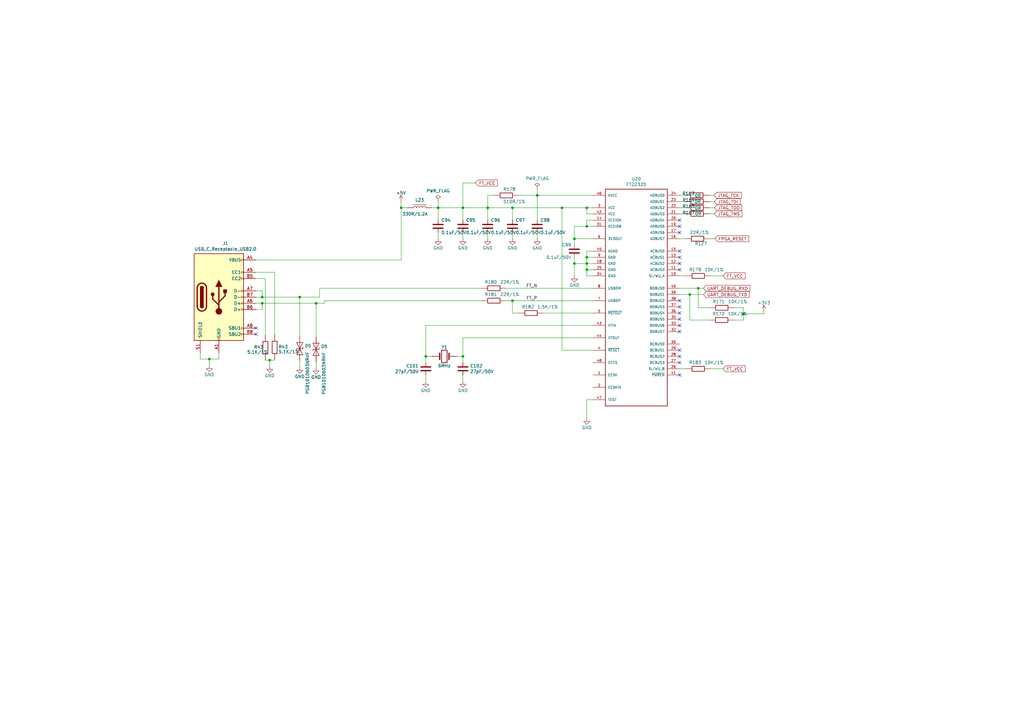
<source format=kicad_sch>
(kicad_sch (version 20230121) (generator eeschema)
  (paper "A3")
  (title_block (title "ПИР СЦХ-254 \"Карно\"\n(Karnix ASB-254)") (date "2024-02-01") (rev "V1.2") (company "ООО \"Фабмикро\"") (comment 1 "ФМТД.466961.029 Э3") (comment 2 "Залата Р.Н."))
  (lib_symbols
    (symbol "Connector:USB_C_Receptacle_USB2.0" (pin_names (offset 1.016))
      (property "Reference" "J" (at -10.16 19.05 0))
      (property "Value" "USB_C_Receptacle_USB2.0" (at 19.05 19.05 0))
      (symbol "USB_C_Receptacle_USB2.0_0_0"
        (rectangle (start -0.254 -17.78) (end 0.254 -16.764))
        (rectangle (start 10.16 -14.986) (end 9.144 -15.494))
        (rectangle (start 10.16 -12.446) (end 9.144 -12.954))
        (rectangle (start 10.16 -4.826) (end 9.144 -5.334))
        (rectangle (start 10.16 -2.286) (end 9.144 -2.794))
        (rectangle (start 10.16 0.254) (end 9.144 -0.254))
        (rectangle (start 10.16 2.794) (end 9.144 2.286))
        (rectangle (start 10.16 7.874) (end 9.144 7.366))
        (rectangle (start 10.16 10.414) (end 9.144 9.906))
        (rectangle (start 10.16 15.494) (end 9.144 14.986))
      )
      (symbol "USB_C_Receptacle_USB2.0_0_1"
        (rectangle (start -10.16 17.78) (end 10.16 -17.78) (stroke (width 0.254)) (fill (type background)))
        (arc (start -8.89 -3.81) (mid -6.985 -5.7067) (end -5.08 -3.81) (stroke (width 0.508)))
        (arc (start -7.62 -3.81) (mid -6.985 -4.4423) (end -6.35 -3.81) (stroke (width 0.254)))
        (arc (start -7.62 -3.81) (mid -6.985 -4.4423) (end -6.35 -3.81) (stroke (width 0.254)) (fill (type outline)))
        (rectangle (start -7.62 -3.81) (end -6.35 3.81) (stroke (width 0.254)) (fill (type outline)))
        (arc (start -6.35 3.81) (mid -6.985 4.4423) (end -7.62 3.81) (stroke (width 0.254)))
        (arc (start -6.35 3.81) (mid -6.985 4.4423) (end -7.62 3.81) (stroke (width 0.254)) (fill (type outline)))
        (arc (start -5.08 3.81) (mid -6.985 5.7067) (end -8.89 3.81) (stroke (width 0.508)))
        (circle (center -2.54 1.143) (radius 0.635) (stroke (width 0.254)) (fill (type outline)))
        (circle (center 0 -5.842) (radius 1.27) (fill (type outline)))
        (polyline (pts (xy -8.89 -3.81) (xy -8.89 3.81)) (stroke (width 0.508)))
        (polyline (pts (xy -5.08 3.81) (xy -5.08 -3.81)) (stroke (width 0.508)))
        (polyline (pts (xy 0 -5.842) (xy 0 4.318)) (stroke (width 0.508)))
        (polyline (pts (xy 0 -3.302) (xy -2.54 -0.762) (xy -2.54 0.508)) (stroke (width 0.508)))
        (polyline (pts (xy 0 -2.032) (xy 2.54 0.508) (xy 2.54 1.778)) (stroke (width 0.508)))
        (polyline (pts (xy -1.27 4.318) (xy 0 6.858) (xy 1.27 4.318) (xy -1.27 4.318)) (stroke (width 0.254)) (fill (type outline)))
        (rectangle (start 1.905 1.778) (end 3.175 3.048) (stroke (width 0.254)) (fill (type outline)))
      )
      (symbol "USB_C_Receptacle_USB2.0_1_1"
        (pin passive line (at 0 -22.86 90) (length 5.08) (name "GND") (number "A1"))
        (pin passive line (at 0 -22.86 90) (length 5.08) hide (name "GND") (number "A12"))
        (pin passive line (at 15.24 15.24 180) (length 5.08) (name "VBUS") (number "A4"))
        (pin bidirectional line (at 15.24 10.16 180) (length 5.08) (name "CC1") (number "A5"))
        (pin bidirectional line (at 15.24 -2.54 180) (length 5.08) (name "D+") (number "A6"))
        (pin bidirectional line (at 15.24 2.54 180) (length 5.08) (name "D-") (number "A7"))
        (pin bidirectional line (at 15.24 -12.7 180) (length 5.08) (name "SBU1") (number "A8"))
        (pin passive line (at 15.24 15.24 180) (length 5.08) hide (name "VBUS") (number "A9"))
        (pin passive line (at 0 -22.86 90) (length 5.08) hide (name "GND") (number "B1"))
        (pin passive line (at 0 -22.86 90) (length 5.08) hide (name "GND") (number "B12"))
        (pin passive line (at 15.24 15.24 180) (length 5.08) hide (name "VBUS") (number "B4"))
        (pin bidirectional line (at 15.24 7.62 180) (length 5.08) (name "CC2") (number "B5"))
        (pin bidirectional line (at 15.24 -5.08 180) (length 5.08) (name "D+") (number "B6"))
        (pin bidirectional line (at 15.24 0 180) (length 5.08) (name "D-") (number "B7"))
        (pin bidirectional line (at 15.24 -15.24 180) (length 5.08) (name "SBU2") (number "B8"))
        (pin passive line (at 15.24 15.24 180) (length 5.08) hide (name "VBUS") (number "B9"))
        (pin passive line (at -7.62 -22.86 90) (length 5.08) (name "SHIELD") (number "S1"))
      )
    )
    (symbol "Fabmicro:+3V3" (power) (pin_names (offset 0))
      (property "Value" "+3V3" (at 0 3.556 0))
      (symbol "+3V3_0_1"
        (polyline (pts (xy -0.762 1.27) (xy 0 2.54)))
        (polyline (pts (xy 0 0) (xy 0 2.54)))
        (polyline (pts (xy 0 2.54) (xy 0.762 1.27)))
      )
      (symbol "+3V3_1_1"
        (pin power_in line (at 0 0 90) (length 0) hide (name "+3V3") (number "1"))
      )
    )
    (symbol "Fabmicro:CapacitorUnpolarized" (pin_numbers hide) (pin_names (offset 0.254))
      (property "Reference" "C" (at -2.54 0.635 90))
      (property "Value" "CapacitorUnpolarized" (at 2.54 0.635 90))
      (symbol "CapacitorUnpolarized_0_1"
        (polyline (pts (xy -0.762 -2.032) (xy -0.762 2.032)) (stroke (width 0.508)))
        (polyline (pts (xy 0.762 -2.032) (xy 0.762 2.032)) (stroke (width 0.508)))
      )
      (symbol "CapacitorUnpolarized_1_1"
        (pin passive line (at -2.54 0 0) (length 1.524) (name "~") (number "1"))
        (pin passive line (at 2.54 0 180) (length 1.524) (name "~") (number "2"))
      )
    )
    (symbol "Fabmicro:Crystal" (pin_numbers hide) (pin_names (offset 1.016) hide)
      (property "Reference" "Y" (at 0 3.81 0))
      (property "Value" "Crystal" (at 0 -3.81 0))
      (symbol "Crystal_0_1"
        (rectangle (start -1.143 2.54) (end 1.143 -2.54) (stroke (width 0.3048)))
        (polyline (pts (xy -2.54 0) (xy -1.905 0)))
        (polyline (pts (xy -1.905 -1.27) (xy -1.905 1.27)) (stroke (width 0.508)))
        (polyline (pts (xy 1.905 -1.27) (xy 1.905 1.27)) (stroke (width 0.508)))
        (polyline (pts (xy 2.54 0) (xy 1.905 0)))
      )
      (symbol "Crystal_1_1"
        (pin passive line (at -5.08 0 0) (length 2.54) (name "1") (number "1"))
        (pin no_connect line (at 0 -2.54 90) (length 0) hide (name "2") (number "2"))
        (pin passive line (at 5.08 0 180) (length 2.54) (name "3") (number "3"))
        (pin no_connect line (at 0 2.54 270) (length 0) hide (name "4") (number "4"))
      )
    )
    (symbol "Fabmicro:FT2232D" (pin_names (offset 1.016))
      (property "Reference" "IC" (at 0 2.54 0))
      (property "Value" "FT2232D" (at 12.7 2.54 0))
      (symbol "FT2232D_1_0"
        (polyline (pts (xy 0 -88.9) (xy 0 0)) (stroke (width 0.254)))
        (polyline (pts (xy 0 0) (xy 25.4 0)) (stroke (width 0.254)))
        (polyline (pts (xy 25.4 -88.9) (xy 0 -88.9)) (stroke (width 0.254)))
        (polyline (pts (xy 25.4 0) (xy 25.4 -88.9)) (stroke (width 0.254)))
        (pin bidirectional line (at 30.48 -35.56 180) (length 5.08) (name "SI/WU_A") (number "10"))
        (pin bidirectional line (at 30.48 -27.94 180) (length 5.08) (name "ACBUS1") (number "13"))
        (pin bidirectional line (at 30.48 -20.32 180) (length 5.08) (name "ADBUS7") (number "16"))
        (pin power_in line (at -5.08 -30.48 0) (length 5.08) (name "GND") (number "18"))
        (pin bidirectional line (at -5.08 -81.28 0) (length 5.08) (name "EEDATA") (number "2"))
        (pin bidirectional line (at 30.48 -73.66 180) (length 5.08) (name "SI/WU_B") (number "26"))
        (pin bidirectional line (at 30.48 -68.58 180) (length 5.08) (name "BCBUS2") (number "28"))
        (pin bidirectional line (at 30.48 -63.5 180) (length 5.08) (name "BCBUS0") (number "30"))
        (pin power_in line (at -5.08 -35.56 0) (length 5.08) (name "GND") (number "34"))
        (pin bidirectional line (at 30.48 -53.34 180) (length 5.08) (name "BDBUS5") (number "35"))
        (pin bidirectional line (at -5.08 -45.72 0) (length 5.08) (name "USBDP") (number "7"))
        (pin power_in line (at -5.08 -27.94 0) (length 5.08) (name "GND") (number "9"))
      )
      (symbol "FT2232D_1_1"
        (pin output line (at -5.08 -76.2 0) (length 5.08) (name "EESK") (number "1"))
        (pin bidirectional line (at 30.48 -33.02 180) (length 5.08) (name "ACBUS3") (number "11"))
        (pin bidirectional line (at 30.48 -30.48 180) (length 5.08) (name "ACBUS2") (number "12"))
        (pin power_in line (at -5.08 -12.7 0) (length 5.08) (name "VCCIOA") (number "14"))
        (pin bidirectional line (at 30.48 -25.4 180) (length 5.08) (name "ACBUS0") (number "15"))
        (pin bidirectional line (at 30.48 -17.78 180) (length 5.08) (name "ADBUS6") (number "17"))
        (pin bidirectional line (at 30.48 -15.24 180) (length 5.08) (name "ADBUS5") (number "19"))
        (pin bidirectional line (at 30.48 -12.7 180) (length 5.08) (name "ADBUS4") (number "20"))
        (pin bidirectional line (at 30.48 -10.16 180) (length 5.08) (name "ADBUS3") (number "21"))
        (pin bidirectional line (at 30.48 -7.62 180) (length 5.08) (name "ADBUS2") (number "22"))
        (pin bidirectional line (at 30.48 -5.08 180) (length 5.08) (name "ADBUS1") (number "23"))
        (pin bidirectional line (at 30.48 -2.54 180) (length 5.08) (name "ADBUS0") (number "24"))
        (pin power_in line (at -5.08 -33.02 0) (length 5.08) (name "GND") (number "25"))
        (pin bidirectional line (at 30.48 -71.12 180) (length 5.08) (name "BCBUS3") (number "27"))
        (pin bidirectional line (at 30.48 -66.04 180) (length 5.08) (name "BCBUS1") (number "29"))
        (pin power_in line (at -5.08 -7.62 0) (length 5.08) (name "VCC") (number "3"))
        (pin power_in line (at -5.08 -15.24 0) (length 5.08) (name "VCCIOB") (number "31"))
        (pin bidirectional line (at 30.48 -58.42 180) (length 5.08) (name "BDBUS7") (number "32"))
        (pin bidirectional line (at 30.48 -55.88 180) (length 5.08) (name "BDBUS6") (number "33"))
        (pin bidirectional line (at 30.48 -50.8 180) (length 5.08) (name "BDBUS4") (number "36"))
        (pin bidirectional line (at 30.48 -48.26 180) (length 5.08) (name "BDBUS3") (number "37"))
        (pin bidirectional line (at 30.48 -45.72 180) (length 5.08) (name "BDBUS2") (number "38"))
        (pin bidirectional line (at 30.48 -43.18 180) (length 5.08) (name "BDBUS1") (number "39"))
        (pin input line (at -5.08 -66.04 0) (length 5.08) (name "~{RESET}") (number "4"))
        (pin bidirectional line (at 30.48 -40.64 180) (length 5.08) (name "BDBUS0") (number "40"))
        (pin output line (at 30.48 -76.2 180) (length 5.08) (name "~{PWREN}") (number "41"))
        (pin power_in line (at -5.08 -10.16 0) (length 5.08) (name "VCC") (number "42"))
        (pin input line (at -5.08 -55.88 0) (length 5.08) (name "XTIN") (number "43"))
        (pin output line (at -5.08 -60.96 0) (length 5.08) (name "XTOUT") (number "44"))
        (pin power_in line (at -5.08 -25.4 0) (length 5.08) (name "AGND") (number "45"))
        (pin power_in line (at -5.08 -2.54 0) (length 5.08) (name "AVCC") (number "46"))
        (pin input line (at -5.08 -86.36 0) (length 5.08) (name "TEST") (number "47"))
        (pin bidirectional line (at -5.08 -71.12 0) (length 5.08) (name "EECS") (number "48"))
        (pin output line (at -5.08 -50.8 0) (length 5.08) (name "~{RSTOUT}") (number "5"))
        (pin power_out line (at -5.08 -20.32 0) (length 5.08) (name "3V3OUT") (number "6"))
        (pin bidirectional line (at -5.08 -40.64 0) (length 5.08) (name "USBDM") (number "8"))
      )
    )
    (symbol "Fabmicro:Ferrite_Beads" (pin_numbers hide) (pin_names (offset 1.016) hide)
      (property "Reference" "L" (at 0 -1.27 0))
      (property "Value" "Ferrite_Beads" (at 0 2.794 0))
      (symbol "Ferrite_Beads_0_1"
        (arc (start -1.27 0) (mid -1.905 0.6323) (end -2.54 0))
        (arc (start 0 0) (mid -0.635 0.6323) (end -1.27 0))
        (polyline (pts (xy 2.794 1.27) (xy -2.794 1.27)))
        (arc (start 1.27 0) (mid 0.635 0.6323) (end 0 0))
        (arc (start 2.54 0) (mid 1.905 0.6323) (end 1.27 0))
      )
      (symbol "Ferrite_Beads_1_1"
        (pin passive line (at -5.08 0 0) (length 2.54) (name "1") (number "1"))
        (pin passive line (at 5.08 0 180) (length 2.54) (name "2") (number "2"))
      )
    )
    (symbol "Fabmicro:ProtectiveDiodeDA" (pin_numbers hide) (pin_names (offset 1.016) hide)
      (property "Reference" "D" (at 5.08 2.54 0))
      (property "Value" "ProtectiveDiodeDA" (at 6.35 -2.54 0))
      (symbol "ProtectiveDiodeDA_1_1"
        (polyline (pts (xy 2.54 0) (xy 5.08 0)))
        (polyline (pts (xy 7.62 0) (xy 5.08 0)))
        (polyline (pts (xy 2.54 -1.27) (xy 2.54 1.27) (xy 5.08 0) (xy 2.54 -1.27)) (stroke (width 0.2032)))
        (polyline (pts (xy 4.445 1.27) (xy 5.08 1.27) (xy 5.08 -1.27) (xy 5.715 -1.27)) (stroke (width 0.2032)))
        (polyline (pts (xy 7.62 1.27) (xy 7.62 -1.27) (xy 5.08 0) (xy 7.62 1.27)) (stroke (width 0.2032)))
        (pin passive line (at 0 0 0) (length 2.54) (name "K") (number "1"))
        (pin passive line (at 10.16 0 180) (length 2.54) (name "A") (number "2"))
      )
    )
    (symbol "Fabmicro:Resistor" (pin_numbers hide) (pin_names (offset 0))
      (property "Reference" "R" (at 0 2.032 0))
      (property "Value" "Resistor" (at 0 0 0))
      (symbol "Resistor_0_1"
        (rectangle (start 2.54 -1.016) (end -2.54 1.016) (stroke (width 0.254)))
      )
      (symbol "Resistor_1_1"
        (pin passive line (at -5.08 0 0) (length 2.54) (name "~") (number "1"))
        (pin passive line (at 5.08 0 180) (length 2.54) (name "~") (number "2"))
      )
    )
    (symbol "power:+5V" (power) (pin_names (offset 0))
      (property "Value" "+5V" (at 0 3.556 0))
      (symbol "+5V_0_1"
        (polyline (pts (xy -0.762 1.27) (xy 0 2.54)))
        (polyline (pts (xy 0 0) (xy 0 2.54)))
        (polyline (pts (xy 0 2.54) (xy 0.762 1.27)))
      )
      (symbol "+5V_1_1"
        (pin power_in line (at 0 0 90) (length 0) hide (name "+5V") (number "1"))
      )
    )
    (symbol "power:GND" (power) (pin_names (offset 0))
      (property "Value" "GND" (at 0 -3.81 0))
      (symbol "GND_0_1"
        (polyline (pts (xy 0 0) (xy 0 -1.27) (xy 1.27 -1.27) (xy 0 -2.54) (xy -1.27 -1.27) (xy 0 -1.27)))
      )
      (symbol "GND_1_1"
        (pin power_in line (at 0 0 270) (length 0) hide (name "GND") (number "1"))
      )
    )
    (symbol "power:PWR_FLAG" (power) (pin_numbers hide) (pin_names (offset 0) hide)
      (property "Value" "PWR_FLAG" (at 0 3.81 0))
      (symbol "PWR_FLAG_0_0"
        (pin power_out line (at 0 0 90) (length 0) (name "pwr") (number "1"))
      )
      (symbol "PWR_FLAG_0_1"
        (polyline (pts (xy 0 0) (xy 0 1.27) (xy -1.016 1.905) (xy 0 2.54) (xy 1.016 1.905) (xy 0 1.27)))
      )
    )
  )
  (junction (at 107.5529 121.8579))
  (junction (at 235.585 97.917))
  (junction (at 240.665 110.617))
  (junction (at 174.625 146.177))
  (junction (at 189.865 85.217))
  (junction (at 240.665 105.537))
  (junction (at 129.6431 124.3979))
  (junction (at 122.936 121.8579))
  (junction (at 210.185 85.217))
  (junction (at 179.705 85.217))
  (junction (at 200.025 85.217))
  (junction (at 240.665 85.217))
  (junction (at 235.585 108.077))
  (junction (at 304.8963 128.7282))
  (junction (at 240.665 92.837))
  (junction (at 107.5529 124.3979))
  (junction (at 85.852 147.2579))
  (junction (at 164.5334 85.217))
  (junction (at 230.505 85.217))
  (junction (at 210.185 123.317))
  (junction (at 220.345 80.137))
  (junction (at 240.665 108.077))
  (junction (at 189.865 146.177))
  (junction (at 110.617 147.701))
  (junction (at 286.3934 118.237))
  (junction (at 282.9168 120.777))
  (no_connect (at 278.765 95.377))
  (no_connect (at 278.765 146.177))
  (no_connect (at 278.765 143.637))
  (no_connect (at 105.0129 134.5579))
  (no_connect (at 278.765 110.617))
  (no_connect (at 105.0129 137.0979))
  (no_connect (at 278.765 92.837))
  (no_connect (at 278.765 136.017))
  (no_connect (at 278.765 133.477))
  (no_connect (at 278.765 108.077))
  (no_connect (at 278.765 130.937))
  (no_connect (at 278.765 102.997))
  (no_connect (at 278.765 123.317))
  (no_connect (at 278.765 153.797))
  (no_connect (at 278.765 128.397))
  (no_connect (at 278.765 90.297))
  (no_connect (at 278.765 125.857))
  (no_connect (at 278.765 148.717))
  (no_connect (at 278.765 105.537))
  (wire (pts (xy 207.645 123.317) (xy 210.185 123.317)))
  (wire (pts (xy 108.839 147.701) (xy 110.617 147.701)))
  (wire (pts (xy 210.185 128.397) (xy 212.725 128.397)))
  (wire (pts (xy 210.185 123.317) (xy 243.205 123.317)))
  (wire (pts (xy 278.765 82.677) (xy 280.82 82.677)))
  (wire (pts (xy 105.0129 114.2379) (xy 108.839 114.2379)))
  (wire (pts (xy 243.205 102.997) (xy 240.665 102.997)))
  (wire (pts (xy 174.625 156.337) (xy 174.625 153.797)))
  (wire (pts (xy 122.936 150.622) (xy 122.936 148.082)))
  (wire (pts (xy 131.064 118.237) (xy 197.485 118.237)))
  (wire (pts (xy 280.72 80.137) (xy 280.72 80.1)))
  (wire (pts (xy 107.5529 124.3979) (xy 129.6431 124.3979)))
  (wire (pts (xy 210.185 85.217) (xy 230.505 85.217)))
  (wire (pts (xy 177.165 146.177) (xy 174.625 146.177)))
  (wire (pts (xy 304.8963 128.7282) (xy 304.8963 131.262)))
  (wire (pts (xy 304.8963 126.238) (xy 304.8963 128.7282)))
  (wire (pts (xy 85.852 147.2579) (xy 82.1529 147.2579)))
  (wire (pts (xy 174.625 133.477) (xy 174.625 146.177)))
  (wire (pts (xy 207.645 118.237) (xy 243.205 118.237)))
  (wire (pts (xy 110.617 150.241) (xy 110.617 147.701)))
  (wire (pts (xy 187.325 146.177) (xy 189.865 146.177)))
  (wire (pts (xy 278.765 80.137) (xy 280.72 80.137)))
  (wire (pts (xy 240.665 108.077) (xy 240.665 110.617)))
  (wire (pts (xy 278.765 97.917) (xy 281.02 97.917)))
  (wire (pts (xy 293 82.7) (xy 290.98 82.7)))
  (wire (pts (xy 288.544 120.777) (xy 282.9168 120.777)))
  (wire (pts (xy 105.0129 121.8579) (xy 107.5529 121.8579)))
  (wire (pts (xy 82.1529 144.7179) (xy 82.1529 147.2579)))
  (wire (pts (xy 112.649 147.701) (xy 112.649 147.574)))
  (wire (pts (xy 105.0129 106.6179) (xy 164.5334 106.6179)))
  (wire (pts (xy 282.9168 120.777) (xy 278.765 120.777)))
  (wire (pts (xy 240.665 92.837) (xy 240.665 90.297)))
  (wire (pts (xy 179.705 85.217) (xy 179.705 90.297)))
  (wire (pts (xy 129.6431 124.3979) (xy 133.0609 124.3979)))
  (wire (pts (xy 89.7729 144.7179) (xy 89.7729 147.2579)))
  (wire (pts (xy 240.665 87.757) (xy 240.665 85.217)))
  (wire (pts (xy 110.617 147.701) (xy 112.649 147.701)))
  (wire (pts (xy 304.8963 131.262) (xy 301.0661 131.262)))
  (wire (pts (xy 122.936 137.922) (xy 122.936 121.8579)))
  (wire (pts (xy 200.025 97.917) (xy 200.025 95.377)))
  (wire (pts (xy 240.665 113.157) (xy 243.205 113.157)))
  (wire (pts (xy 243.205 143.637) (xy 230.505 143.637)))
  (wire (pts (xy 240.665 85.217) (xy 243.205 85.217)))
  (wire (pts (xy 212.725 80.137) (xy 220.345 80.137)))
  (wire (pts (xy 240.665 110.617) (xy 240.665 113.157)))
  (wire (pts (xy 174.625 146.177) (xy 174.625 148.717)))
  (wire (pts (xy 240.665 90.297) (xy 243.205 90.297)))
  (wire (pts (xy 230.505 143.637) (xy 230.505 85.217)))
  (wire (pts (xy 291.465 113.157) (xy 296.545 113.157)))
  (wire (pts (xy 200.025 80.137) (xy 200.025 85.217)))
  (wire (pts (xy 235.585 105.537) (xy 235.585 108.077)))
  (wire (pts (xy 222.885 128.397) (xy 243.205 128.397)))
  (wire (pts (xy 292.9 80.1) (xy 290.88 80.1)))
  (wire (pts (xy 194.945 75.057) (xy 189.865 75.057)))
  (wire (pts (xy 240.665 163.957) (xy 240.665 171.577)))
  (wire (pts (xy 189.865 156.337) (xy 189.865 153.797)))
  (wire (pts (xy 105.0129 119.3179) (xy 107.5529 119.3179)))
  (wire (pts (xy 107.5529 126.9379) (xy 107.5529 124.3979)))
  (wire (pts (xy 281.02 97.917) (xy 281.02 97.9)))
  (wire (pts (xy 164.5334 85.217) (xy 167.005 85.217)))
  (wire (pts (xy 202.565 80.137) (xy 200.025 80.137)))
  (wire (pts (xy 174.625 133.477) (xy 243.205 133.477)))
  (wire (pts (xy 164.465 85.217) (xy 164.465 82.677)))
  (wire (pts (xy 189.865 75.057) (xy 189.865 85.217)))
  (wire (pts (xy 304.8963 128.7282) (xy 313.309 128.7282)))
  (wire (pts (xy 290.9061 131.262) (xy 282.9168 131.262)))
  (wire (pts (xy 129.6431 150.8956) (xy 129.6431 148.3556)))
  (wire (pts (xy 179.705 85.217) (xy 179.705 82.677)))
  (wire (pts (xy 177.165 85.217) (xy 179.705 85.217)))
  (wire (pts (xy 105.0129 111.6979) (xy 112.649 111.6979)))
  (wire (pts (xy 243.205 105.537) (xy 240.665 105.537)))
  (wire (pts (xy 133.0609 123.317) (xy 197.485 123.317)))
  (wire (pts (xy 131.064 118.237) (xy 131.064 121.8579)))
  (wire (pts (xy 301.117 126.238) (xy 304.8963 126.238)))
  (wire (pts (xy 122.936 121.8579) (xy 131.064 121.8579)))
  (wire (pts (xy 164.465 85.217) (xy 164.5334 85.217)))
  (wire (pts (xy 240.665 163.957) (xy 243.205 163.957)))
  (wire (pts (xy 210.185 97.917) (xy 210.185 95.377)))
  (wire (pts (xy 293.2 97.9) (xy 291.18 97.9)))
  (wire (pts (xy 290.957 126.238) (xy 286.3934 126.238)))
  (wire (pts (xy 210.185 90.297) (xy 210.185 85.217)))
  (wire (pts (xy 281.305 151.257) (xy 278.765 151.257)))
  (wire (pts (xy 240.665 105.537) (xy 240.665 108.077)))
  (wire (pts (xy 280.82 87.757) (xy 280.82 87.7)))
  (wire (pts (xy 240.665 102.997) (xy 240.665 105.537)))
  (wire (pts (xy 286.3934 118.237) (xy 278.765 118.237)))
  (wire (pts (xy 85.852 149.86) (xy 85.852 147.2579)))
  (wire (pts (xy 278.765 87.757) (xy 280.82 87.757)))
  (wire (pts (xy 189.865 146.177) (xy 189.865 148.717)))
  (wire (pts (xy 105.0129 126.9379) (xy 107.5529 126.9379)))
  (wire (pts (xy 243.205 97.917) (xy 235.585 97.917)))
  (wire (pts (xy 288.544 118.237) (xy 286.3934 118.237)))
  (wire (pts (xy 200.025 85.217) (xy 210.185 85.217)))
  (wire (pts (xy 105.0129 124.3979) (xy 107.5529 124.3979)))
  (wire (pts (xy 235.585 97.917) (xy 235.585 100.457)))
  (wire (pts (xy 286.3934 126.238) (xy 286.3934 118.237)))
  (wire (pts (xy 280.82 82.677) (xy 280.82 82.7)))
  (wire (pts (xy 85.852 147.2579) (xy 89.7729 147.2579)))
  (wire (pts (xy 240.665 92.837) (xy 235.585 92.837)))
  (wire (pts (xy 291.465 151.257) (xy 296.545 151.257)))
  (wire (pts (xy 200.025 90.297) (xy 200.025 85.217)))
  (wire (pts (xy 293 87.7) (xy 290.98 87.7)))
  (wire (pts (xy 240.665 108.077) (xy 235.585 108.077)))
  (wire (pts (xy 220.345 97.917) (xy 220.345 95.377)))
  (wire (pts (xy 133.0609 124.3979) (xy 133.0609 123.317)))
  (wire (pts (xy 243.205 92.837) (xy 240.665 92.837)))
  (wire (pts (xy 189.865 138.557) (xy 243.205 138.557)))
  (wire (pts (xy 293 85.2) (xy 291.1 85.2)))
  (wire (pts (xy 189.865 138.557) (xy 189.865 146.177)))
  (wire (pts (xy 280.8413 85.217) (xy 278.765 85.217)))
  (wire (pts (xy 179.705 85.217) (xy 189.865 85.217)))
  (wire (pts (xy 291.1 85.2) (xy 291.1 85.217)))
  (wire (pts (xy 235.585 108.077) (xy 235.585 113.157)))
  (wire (pts (xy 108.839 137.541) (xy 108.839 114.2379)))
  (wire (pts (xy 220.345 90.297) (xy 220.345 80.137)))
  (wire (pts (xy 189.865 85.217) (xy 189.865 90.297)))
  (wire (pts (xy 164.5334 85.217) (xy 164.5334 106.6179)))
  (wire (pts (xy 282.9168 131.262) (xy 282.9168 120.777)))
  (wire (pts (xy 243.205 87.757) (xy 240.665 87.757)))
  (wire (pts (xy 230.505 85.217) (xy 240.665 85.217)))
  (wire (pts (xy 107.5529 119.3179) (xy 107.5529 121.8579)))
  (wire (pts (xy 243.205 108.077) (xy 240.665 108.077)))
  (wire (pts (xy 189.865 97.917) (xy 189.865 95.377)))
  (wire (pts (xy 243.205 110.617) (xy 240.665 110.617)))
  (wire (pts (xy 179.705 97.917) (xy 179.705 95.377)))
  (wire (pts (xy 220.345 80.137) (xy 243.205 80.137)))
  (wire (pts (xy 129.6431 138.1956) (xy 129.6431 124.3979)))
  (wire (pts (xy 291.1 85.217) (xy 291.0013 85.217)))
  (wire (pts (xy 235.585 92.837) (xy 235.585 97.917)))
  (wire (pts (xy 112.649 137.414) (xy 112.649 111.6979)))
  (wire (pts (xy 281.305 113.157) (xy 278.765 113.157)))
  (wire (pts (xy 313.309 128.7282) (xy 313.309 127.762)))
  (wire (pts (xy 210.185 123.317) (xy 210.185 128.397)))
  (wire (pts (xy 220.345 80.137) (xy 220.345 77.597)))
  (wire (pts (xy 189.865 85.217) (xy 200.025 85.217)))
  (wire (pts (xy 107.5529 121.8579) (xy 122.936 121.8579)))
  (label "FT_P" (at 220.345 123.317 180))
  (label "FT_N" (at 220.345 118.237 180))
  (global_label "FT_VCC" (shape input) (at 296.545 113.157 0) (property "Intersheetrefs" "${INTERSHEET_REFS}" (effects hide)))
  (global_label "UART_DEBUG_TXD" (shape input) (at 288.544 120.777 0) (property "Intersheetrefs" "${INTERSHEET_REFS}" (effects hide)))
  (global_label "JTAG_TCK" (shape input) (at 292.9 80.1 0) (property "Intersheetrefs" "${INTERSHEET_REFS}" (effects hide)))
  (global_label "UART_DEBUG_RXD" (shape input) (at 288.544 118.237 0) (property "Intersheetrefs" "${INTERSHEET_REFS}" (effects hide)))
  (global_label "FT_VCC" (shape input) (at 194.945 75.057 0) (property "Intersheetrefs" "${INTERSHEET_REFS}" (effects hide)))
  (global_label "FPGA_RESET" (shape input) (at 293.2 97.9 0) (property "Intersheetrefs" "${INTERSHEET_REFS}" (effects hide)))
  (global_label "FT_VCC" (shape input) (at 296.545 151.257 0) (property "Intersheetrefs" "${INTERSHEET_REFS}" (effects hide)))
  (global_label "JTAG_TMS" (shape input) (at 293 87.7 0) (property "Intersheetrefs" "${INTERSHEET_REFS}" (effects hide)))
  (global_label "JTAG_TDO" (shape input) (at 293 85.2 0) (property "Intersheetrefs" "${INTERSHEET_REFS}" (effects hide)))
  (global_label "JTAG_TDI" (shape input) (at 293 82.7 0) (property "Intersheetrefs" "${INTERSHEET_REFS}" (effects hide)))
  (symbol (lib_id "Fabmicro:Resistor") (at 202.565 123.317 0) (unit 1)
    (property "Reference" "R181" (at 198.755 120.777 0) (effects (justify left)))
    (property "Value" "22R/1%" (at 205.105 120.777 0) (effects (justify left)))
    (property "Footprint" "Resistor_SMD:R_0402_1005Metric" (effects hide))
    (property "Mfr. Part Number" "RC0402FR-0722RL" (effects hide))
    (property "Supplier" "Fabmicro" (effects hide))
  )
  (symbol (lib_id "power:GND") (at 174.625 156.337 0) (unit 1)
    (property "Reference" "#PWR0249" (effects hide))
    (property "Value" "GND" (at 174.625 160.147 0))
  )
  (symbol (lib_id "Fabmicro:Resistor") (at 285.8 80.1 0) (unit 1)
    (property "Reference" "R163" (at 279.7787 79.363 0) (effects (justify left)))
    (property "Value" "0R" (at 284.9 80.3 0) (effects (justify left)))
    (property "Footprint" "Resistor_SMD:R_0402_1005Metric" (effects hide))
    (property "Mfr. Part Number" "RC0402FR-070RL" (effects hide))
    (property "Supplier" "Fabmicro" (effects hide))
  )
  (symbol (lib_id "Fabmicro:Crystal") (at 182.245 146.177 0) (unit 1)
    (property "Reference" "Y1" (at 182.245 142.367 0))
    (property "Value" "6MHz" (at 182.245 149.987 0))
    (property "Footprint" "Fabmicro:Crystal_SMD_7050-4Pin_7.0x5.0mm" (effects hide))
    (property "Mfr. Part Number" "ECS-060-18-20BM-JEN-TR" (effects hide))
  )
  (symbol (lib_id "Fabmicro:Resistor") (at 296.037 126.238 0) (unit 1)
    (property "Reference" "R171" (at 292.227 123.698 0) (effects (justify left)))
    (property "Value" "10K/1%" (at 298.577 123.698 0) (effects (justify left)))
    (property "Footprint" "Resistor_SMD:R_0402_1005Metric" (effects hide))
    (property "Mfr. Part Number" "RC0402FR-0710KL" (effects hide))
    (property "Supplier" "Fabmicro" (effects hide))
  )
  (symbol (lib_id "power:GND") (at 85.852 149.86 0) (unit 1)
    (property "Reference" "#PWR044" (effects hide))
    (property "Value" "GND" (at 85.852 153.67 0))
    (instances (project "Karnix_ASB" (path "" (reference "#PWR044") (unit 1)) (path "" (reference "#PWR0239") (unit 1))))
  )
  (symbol (lib_id "power:PWR_FLAG") (at 179.705 82.677 0) (unit 1)
    (property "Reference" "#FLG09" (effects hide))
    (property "Value" "PWR_FLAG" (at 179.705 78.2828 0))
  )
  (symbol (lib_id "Fabmicro:Resistor") (at 207.645 80.137 0) (unit 1)
    (property "Reference" "R178" (at 206.375 77.597 0) (effects (justify left)))
    (property "Value" "510R/1%" (at 206.375 82.677 0) (effects (justify left)))
    (property "Footprint" "Resistor_SMD:R_0402_1005Metric" (effects hide))
    (property "Mfr. Part Number" "RC0402FR-07510RL" (effects hide))
    (property "Supplier" "Fabmicro" (effects hide))
  )
  (symbol (lib_id "Fabmicro:Resistor") (at 285.9 82.7 0) (unit 1)
    (property "Reference" "R164" (at 279.8787 82.023 0) (effects (justify left)))
    (property "Value" "0R" (at 284.8 82.7 0) (effects (justify left)))
    (property "Footprint" "Resistor_SMD:R_0402_1005Metric" (effects hide))
    (property "Mfr. Part Number" "RC0402FR-070RL" (effects hide))
    (property "Supplier" "Fabmicro" (effects hide))
  )
  (symbol (lib_id "Fabmicro:Resistor") (at 202.565 118.237 0) (unit 1)
    (property "Reference" "R180" (at 198.755 115.697 0) (effects (justify left)))
    (property "Value" "22R/1%" (at 205.105 115.697 0) (effects (justify left)))
    (property "Footprint" "Resistor_SMD:R_0402_1005Metric" (effects hide))
    (property "Mfr. Part Number" "RC0402FR-0722RL" (effects hide))
    (property "Supplier" "Fabmicro" (effects hide))
  )
  (symbol (lib_id "Connector:USB_C_Receptacle_USB2.0") (at 89.7729 121.8579 0) (unit 1)
    (property "Reference" "J1" (at 92.4907 99.8361 0))
    (property "Value" "USB_C_Receptacle_USB2.0" (at 92.4907 102.1475 0))
    (property "Footprint" "Fabmicro:USB_C_Receptacle_HRO_TYPE-C-31-M-12" (effects hide))
    (property "Datasheet" "https://www.usb.org/sites/default/files/documents/usb_type-c.zip" (effects hide))
    (property "Mfg_1" "Jing Extension of the Electronic Co." (effects hide))
    (property "Mfr. Part Number" "USB4105-GF-A" (effects hide))
  )
  (symbol (lib_id "Fabmicro:CapacitorUnpolarized") (at 189.865 151.257 270) (unit 1)
    (property "Reference" "C102" (at 192.786 150.0886 90) (effects (justify left)))
    (property "Value" "27pF/50V" (at 192.786 152.4 90) (effects (justify left)))
    (property "Footprint" "Fabmicro:C_0402_1005Metric" (effects hide))
    (property "Mfr. Part Number" "CC0402JRNPO9BN270" (effects hide))
    (property "Supplier" "Fabmicro" (effects hide))
  )
  (symbol (lib_id "Fabmicro:CapacitorUnpolarized") (at 200.025 92.837 270) (unit 1)
    (property "Reference" "C96" (at 201.295 90.297 90) (effects (justify left)))
    (property "Value" "0.1uF/50V" (at 201.295 95.377 90) (effects (justify left)))
    (property "Footprint" "Capacitor_SMD:C_0402_1005Metric" (effects hide))
    (property "Mfr. Part Number" "CC0402KRX7R9BB104" (effects hide))
    (property "Supplier" "Fabmicro" (effects hide))
  )
  (symbol (lib_id "power:GND") (at 129.6431 150.8956 0) (unit 1)
    (property "Reference" "#PWR0125" (effects hide))
    (property "Value" "GND" (at 129.6431 154.7056 0))
    (instances (project "Karnix_ASB" (path "" (reference "#PWR0125") (unit 1)) (path "" (reference "#PWR0140") (unit 1)) (path "" (reference "#PWR0240") (unit 1))))
  )
  (symbol (lib_id "power:GND") (at 240.665 171.577 0) (unit 1)
    (property "Reference" "#PWR0251" (effects hide))
    (property "Value" "GND" (at 240.665 175.387 0))
  )
  (symbol (lib_id "power:GND") (at 189.865 97.917 0) (unit 1)
    (property "Reference" "#PWR0242" (effects hide))
    (property "Value" "GND" (at 189.865 101.727 0))
  )
  (symbol (lib_id "Fabmicro:CapacitorUnpolarized") (at 210.185 92.837 270) (unit 1)
    (property "Reference" "C97" (at 211.455 90.297 90) (effects (justify left)))
    (property "Value" "0.1uF/50V" (at 211.455 95.377 90) (effects (justify left)))
    (property "Footprint" "Capacitor_SMD:C_0402_1005Metric" (effects hide))
    (property "Mfr. Part Number" "CC0402KRX7R9BB104" (effects hide))
    (property "Supplier" "Fabmicro" (effects hide))
  )
  (symbol (lib_id "Fabmicro:CapacitorUnpolarized") (at 179.705 92.837 270) (unit 1)
    (property "Reference" "C94" (at 180.975 90.297 90) (effects (justify left)))
    (property "Value" "0.1uF/50V" (at 180.975 95.377 90) (effects (justify left)))
    (property "Footprint" "Capacitor_SMD:C_0402_1005Metric" (effects hide))
    (property "Mfr. Part Number" "CC0402KRX7R9BB104" (effects hide))
    (property "Supplier" "Fabmicro" (effects hide))
  )
  (symbol (lib_id "Fabmicro:ProtectiveDiodeDA") (at 122.936 148.082 90) (unit 1)
    (property "Reference" "D5" (at 124.9426 141.8336 90) (effects (justify right)))
    (property "Value" "PGB1010603NRHF" (at 126.111 144.145 0) (effects (justify right)))
    (property "Footprint" "Fuse:Fuse_0603_1608Metric" (effects hide))
    (property "Mfr. Part Number" "PGB1010603NRHF" (effects hide))
    (property "Supplier" "Fabmicro" (effects hide))
    (instances (project "Karnix_ASB" (path "" (reference "D5") (unit 1)) (path "" (reference "D?") (unit 1)) (path "" (reference "D10") (unit 1)) (path "" (reference "D28") (unit 1))))
  )
  (symbol (lib_id "power:GND") (at 189.865 156.337 0) (unit 1)
    (property "Reference" "#PWR0250" (effects hide))
    (property "Value" "GND" (at 189.865 160.147 0))
  )
  (symbol (lib_id "Fabmicro:+3V3") (at 313.309 127.762 0) (unit 1)
    (property "Reference" "#PWR050" (effects hide))
    (property "Value" "+3V3" (at 313.309 124.1949 0))
    (instances (project "Karnix_ASB" (path "" (reference "#PWR050") (unit 1)) (path "" (reference "#PWR0246") (unit 1))))
  )
  (symbol (lib_id "Fabmicro:Resistor") (at 286.385 113.157 0) (unit 1)
    (property "Reference" "R179" (at 282.575 110.617 0) (effects (justify left)))
    (property "Value" "10K/1%" (at 288.925 110.617 0) (effects (justify left)))
    (property "Footprint" "Resistor_SMD:R_0402_1005Metric" (effects hide))
    (property "Mfr. Part Number" "RC0402FR-0710KL" (effects hide))
    (property "Supplier" "Fabmicro" (effects hide))
  )
  (symbol (lib_id "power:GND") (at 210.185 97.917 0) (unit 1)
    (property "Reference" "#PWR0244" (effects hide))
    (property "Value" "GND" (at 210.185 101.727 0))
  )
  (symbol (lib_id "Fabmicro:CapacitorUnpolarized") (at 189.865 92.837 270) (unit 1)
    (property "Reference" "C95" (at 191.135 90.297 90) (effects (justify left)))
    (property "Value" "0.1uF/50V" (at 191.135 95.377 90) (effects (justify left)))
    (property "Footprint" "Capacitor_SMD:C_0402_1005Metric" (effects hide))
    (property "Mfr. Part Number" "CC0402KRX7R9BB104" (effects hide))
    (property "Supplier" "Fabmicro" (effects hide))
  )
  (symbol (lib_id "Fabmicro:CapacitorUnpolarized") (at 220.345 92.837 270) (unit 1)
    (property "Reference" "C98" (at 221.615 90.297 90) (effects (justify left)))
    (property "Value" "0.1uF/50V" (at 221.615 95.377 90) (effects (justify left)))
    (property "Footprint" "Capacitor_SMD:C_0402_1005Metric" (effects hide))
    (property "Mfr. Part Number" "CC0402KRX7R9BB104" (effects hide))
    (property "Supplier" "Fabmicro" (effects hide))
  )
  (symbol (lib_id "power:GND") (at 220.345 97.917 0) (unit 1)
    (property "Reference" "#PWR0245" (effects hide))
    (property "Value" "GND" (at 220.345 101.727 0))
  )
  (symbol (lib_id "Fabmicro:Resistor") (at 286.1 97.9 0) (unit 1)
    (property "Reference" "R127" (at 284.922 99.932 0) (effects (justify left)))
    (property "Value" "22R/1%" (at 282.89 95.36 0) (effects (justify left)))
    (property "Footprint" "Resistor_SMD:R_0402_1005Metric" (effects hide))
    (property "Mfr. Part Number" "RC0402FR-0722RL" (effects hide))
    (property "Supplier" "Fabmicro" (effects hide))
    (instances (project "Karnix_ASB" (path "" (reference "R127") (unit 1)) (path "" (reference "R166") (unit 1))))
  )
  (symbol (lib_id "power:GND") (at 200.025 97.917 0) (unit 1)
    (property "Reference" "#PWR0243" (effects hide))
    (property "Value" "GND" (at 200.025 101.727 0))
  )
  (symbol (lib_id "Fabmicro:Resistor") (at 285.9213 85.217 0) (unit 1)
    (property "Reference" "R165" (at 279.9 84.6 0) (effects (justify left)))
    (property "Value" "0R" (at 284.9 85.3 0) (effects (justify left)))
    (property "Footprint" "Resistor_SMD:R_0402_1005Metric" (effects hide))
    (property "Mfr. Part Number" "RC0402FR-070RL" (effects hide))
    (property "Supplier" "Fabmicro" (effects hide))
  )
  (symbol (lib_id "power:GND") (at 179.705 97.917 0) (unit 1)
    (property "Reference" "#PWR0241" (effects hide))
    (property "Value" "GND" (at 179.705 101.727 0))
  )
  (symbol (lib_id "Fabmicro:Ferrite_Beads") (at 172.085 85.217 0) (mirror y) (unit 1)
    (property "Reference" "L23" (at 172.085 82.042 0))
    (property "Value" "330R/1.2A" (at 170.18 87.757 0))
    (property "Footprint" "Inductor_SMD:L_0603_1608Metric" (effects hide))
    (property "Mfr. Part Number" "BLM18PG331SN1D" (effects hide))
    (property "Supplier" "Fabmicro" (effects hide))
  )
  (symbol (lib_id "Fabmicro:Resistor") (at 295.9861 131.262 0) (unit 1)
    (property "Reference" "R172" (at 292.1761 128.722 0) (effects (justify left)))
    (property "Value" "10K/1%" (at 298.5261 128.722 0) (effects (justify left)))
    (property "Footprint" "Resistor_SMD:R_0402_1005Metric" (effects hide))
    (property "Mfr. Part Number" "RC0402FR-0710KL" (effects hide))
    (property "Supplier" "Fabmicro" (effects hide))
  )
  (symbol (lib_id "Fabmicro:CapacitorUnpolarized") (at 174.625 151.257 90) (mirror x) (unit 1)
    (property "Reference" "C101" (at 171.704 150.0886 90) (effects (justify left)))
    (property "Value" "27pF/50V" (at 171.704 152.4 90) (effects (justify left)))
    (property "Footprint" "Fabmicro:C_0402_1005Metric" (effects hide))
    (property "Mfr. Part Number" "CC0402JRNPO9BN270" (effects hide))
    (property "Supplier" "Fabmicro" (effects hide))
  )
  (symbol (lib_id "Fabmicro:Resistor") (at 112.649 142.494 270) (unit 1)
    (property "Reference" "R43" (at 114.173 142.24 90) (effects (justify left)))
    (property "Value" "5.1K/1%" (at 114.173 144.272 90) (effects (justify left)))
    (property "Footprint" "Resistor_SMD:R_0402_1005Metric" (effects hide))
    (property "Mfr. Part Number" "RC0402FR-075K1L" (effects hide))
    (property "Supplier" "Fabmicro" (effects hide))
    (instances (project "Karnix_ASB" (path "" (reference "R43") (unit 1)) (path "" (reference "R176") (unit 1))))
  )
  (symbol (lib_id "power:GND") (at 235.585 113.157 0) (unit 1)
    (property "Reference" "#PWR0248" (effects hide))
    (property "Value" "GND" (at 235.585 116.967 0))
  )
  (symbol (lib_id "Fabmicro:FT2232D") (at 248.285 77.597 0) (unit 1)
    (property "Reference" "U20" (at 260.985 73.3552 0))
    (property "Value" "FT2232D" (at 260.985 75.6666 0))
    (property "Footprint" "Fabmicro:LQFP-48_7x7mm_P0.5mm" (effects hide))
    (property "Поле4" "Future Technology Devices International Limited" (effects hide))
    (property "Поле5" "Available" (effects hide))
    (property "Поле7" "FT2232D" (effects hide))
    (property "Поле8" "48 pin LQFP Package" (effects hide))
    (property "Mfr. Part Number" "FT2232D" (effects hide))
    (property "Supplier" "Fabmicro" (effects hide))
  )
  (symbol (lib_id "power:GND") (at 110.617 150.241 0) (unit 1)
    (property "Reference" "#PWR044" (effects hide))
    (property "Value" "GND" (at 110.617 154.051 0))
    (instances (project "Karnix_ASB" (path "" (reference "#PWR044") (unit 1)) (path "" (reference "#PWR0236") (unit 1))))
  )
  (symbol (lib_id "Fabmicro:ProtectiveDiodeDA") (at 129.6431 148.3556 90) (unit 1)
    (property "Reference" "D5" (at 131.6497 142.1072 90) (effects (justify right)))
    (property "Value" "PGB1010603NRHF" (at 132.8181 144.4186 0) (effects (justify right)))
    (property "Footprint" "Fuse:Fuse_0603_1608Metric" (effects hide))
    (property "Mfr. Part Number" "PGB1010603NRHF" (effects hide))
    (property "Supplier" "Fabmicro" (effects hide))
    (instances (project "Karnix_ASB" (path "" (reference "D5") (unit 1)) (path "" (reference "D?") (unit 1)) (path "" (reference "D10") (unit 1)) (path "" (reference "D29") (unit 1))))
  )
  (symbol (lib_id "Fabmicro:Resistor") (at 286.385 151.257 0) (unit 1)
    (property "Reference" "R183" (at 282.575 148.717 0) (effects (justify left)))
    (property "Value" "10K/1%" (at 288.925 148.717 0) (effects (justify left)))
    (property "Footprint" "Resistor_SMD:R_0402_1005Metric" (effects hide))
    (property "Mfr. Part Number" "RC0402FR-0710KL" (effects hide))
    (property "Supplier" "Fabmicro" (effects hide))
  )
  (symbol (lib_id "Fabmicro:CapacitorUnpolarized") (at 235.585 102.997 90) (mirror x) (unit 1)
    (property "Reference" "C99" (at 234.315 100.457 90) (effects (justify left)))
    (property "Value" "0.1uF/50V" (at 234.315 105.537 90) (effects (justify left)))
    (property "Footprint" "Capacitor_SMD:C_0402_1005Metric" (effects hide))
    (property "Mfr. Part Number" "CC0402KRX7R9BB104" (effects hide))
    (property "Supplier" "Fabmicro" (effects hide))
  )
  (symbol (lib_id "power:+5V") (at 164.465 82.677 0) (unit 1)
    (property "Reference" "#PWR039" (effects hide))
    (property "Value" "+5V" (at 164.465 79.1099 0))
    (instances (project "Karnix_ASB" (path "" (reference "#PWR039") (unit 1)) (path "" (reference "#PWR0238") (unit 1))))
  )
  (symbol (lib_id "Fabmicro:Resistor") (at 217.805 128.397 0) (unit 1)
    (property "Reference" "R182" (at 213.995 125.857 0) (effects (justify left)))
    (property "Value" "1.5K/1%" (at 220.345 125.857 0) (effects (justify left)))
    (property "Footprint" "Resistor_SMD:R_0402_1005Metric" (effects hide))
    (property "Mfr. Part Number" "RC0402FR-071K5L" (effects hide))
    (property "Supplier" "Fabmicro" (effects hide))
  )
  (symbol (lib_id "power:PWR_FLAG") (at 220.345 77.597 0) (unit 1)
    (property "Reference" "#FLG08" (effects hide))
    (property "Value" "PWR_FLAG" (at 220.345 73.2028 0))
  )
  (symbol (lib_id "power:GND") (at 122.936 150.622 0) (unit 1)
    (property "Reference" "#PWR0125" (effects hide))
    (property "Value" "GND" (at 122.936 154.432 0))
    (instances (project "Karnix_ASB" (path "" (reference "#PWR0125") (unit 1)) (path "" (reference "#PWR0140") (unit 1)) (path "" (reference "#PWR0237") (unit 1))))
  )
  (symbol (lib_id "Fabmicro:Resistor") (at 285.9 87.7 0) (unit 1)
    (property "Reference" "R167" (at 279.8787 87.243 0) (effects (justify left)))
    (property "Value" "0R" (at 285 87.7 0) (effects (justify left)))
    (property "Footprint" "Resistor_SMD:R_0402_1005Metric" (effects hide))
    (property "Mfr. Part Number" "RC0402FR-070RL" (effects hide))
    (property "Supplier" "Fabmicro" (effects hide))
  )
  (symbol (lib_id "Fabmicro:Resistor") (at 108.839 142.621 270) (unit 1)
    (property "Reference" "R43" (at 104.14 142.367 90) (effects (justify left)))
    (property "Value" "5.1K/1%" (at 101.346 144.399 90) (effects (justify left)))
    (property "Footprint" "Resistor_SMD:R_0402_1005Metric" (effects hide))
    (property "Mfr. Part Number" "RC0402FR-075K1L" (effects hide))
    (property "Supplier" "Fabmicro" (effects hide))
    (instances (project "Karnix_ASB" (path "" (reference "R43") (unit 1)) (path "" (reference "R174") (unit 1))))
  )
)
</source>
